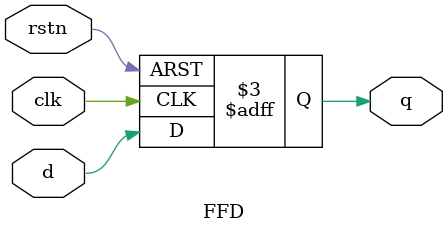
<source format=v>
module FFD (d, rstn, clk, q);  
   
	output reg q; 
	input d, rstn, clk;
	
	always @ (posedge clk or negedge rstn)  
		if (!rstn)  
			q <= 0;  
		else  
			q <= d;
endmodule  
</source>
